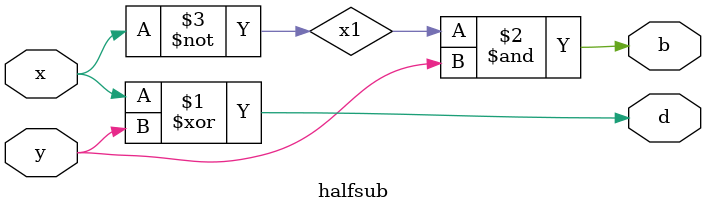
<source format=v>
module halfsub(x,y,d,b);
input x,y;
output d,b;
wire x1;
xor g1(d,x,y);
not g2(x1,x);
and g3(b,x1,y);
endmodule

</source>
